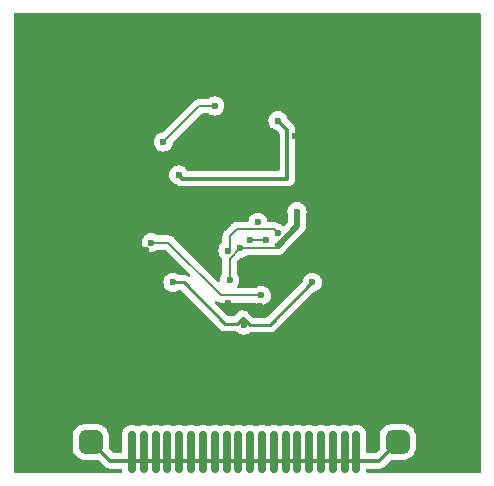
<source format=gbl>
G04 #@! TF.GenerationSoftware,KiCad,Pcbnew,(6.0.5)*
G04 #@! TF.CreationDate,2022-06-13T12:49:50+02:00*
G04 #@! TF.ProjectId,optacon,6f707461-636f-46e2-9e6b-696361645f70,rev?*
G04 #@! TF.SameCoordinates,Original*
G04 #@! TF.FileFunction,Copper,L2,Bot*
G04 #@! TF.FilePolarity,Positive*
%FSLAX46Y46*%
G04 Gerber Fmt 4.6, Leading zero omitted, Abs format (unit mm)*
G04 Created by KiCad (PCBNEW (6.0.5)) date 2022-06-13 12:49:50*
%MOMM*%
%LPD*%
G01*
G04 APERTURE LIST*
G04 Aperture macros list*
%AMRoundRect*
0 Rectangle with rounded corners*
0 $1 Rounding radius*
0 $2 $3 $4 $5 $6 $7 $8 $9 X,Y pos of 4 corners*
0 Add a 4 corners polygon primitive as box body*
4,1,4,$2,$3,$4,$5,$6,$7,$8,$9,$2,$3,0*
0 Add four circle primitives for the rounded corners*
1,1,$1+$1,$2,$3*
1,1,$1+$1,$4,$5*
1,1,$1+$1,$6,$7*
1,1,$1+$1,$8,$9*
0 Add four rect primitives between the rounded corners*
20,1,$1+$1,$2,$3,$4,$5,0*
20,1,$1+$1,$4,$5,$6,$7,0*
20,1,$1+$1,$6,$7,$8,$9,0*
20,1,$1+$1,$8,$9,$2,$3,0*%
G04 Aperture macros list end*
G04 #@! TA.AperFunction,ComponentPad*
%ADD10RoundRect,0.150000X-0.150000X-1.600000X0.150000X-1.600000X0.150000X1.600000X-0.150000X1.600000X0*%
G04 #@! TD*
G04 #@! TA.AperFunction,ComponentPad*
%ADD11RoundRect,0.500000X-0.500000X-0.500000X0.500000X-0.500000X0.500000X0.500000X-0.500000X0.500000X0*%
G04 #@! TD*
G04 #@! TA.AperFunction,ComponentPad*
%ADD12C,0.500000*%
G04 #@! TD*
G04 #@! TA.AperFunction,SMDPad,CuDef*
%ADD13R,2.700000X2.700000*%
G04 #@! TD*
G04 #@! TA.AperFunction,ViaPad*
%ADD14C,0.600000*%
G04 #@! TD*
G04 #@! TA.AperFunction,Conductor*
%ADD15C,0.200000*%
G04 #@! TD*
G04 #@! TA.AperFunction,Conductor*
%ADD16C,0.500000*%
G04 #@! TD*
G04 #@! TA.AperFunction,Conductor*
%ADD17C,0.300000*%
G04 #@! TD*
G04 #@! TA.AperFunction,Conductor*
%ADD18C,0.250000*%
G04 #@! TD*
G04 APERTURE END LIST*
D10*
X110640000Y-88350000D03*
X102640000Y-88350000D03*
X99640000Y-88350000D03*
X113640000Y-88350000D03*
D11*
X117140000Y-87500000D03*
D10*
X108640000Y-88350000D03*
X97640000Y-88350000D03*
D11*
X91140000Y-87500000D03*
D10*
X100640000Y-88350000D03*
X111640000Y-88350000D03*
X98640000Y-88350000D03*
X94640000Y-88350000D03*
X104640000Y-88350000D03*
X96640000Y-88350000D03*
X107640000Y-88350000D03*
X109640000Y-88350000D03*
X106640000Y-88350000D03*
X112640000Y-88350000D03*
X103640000Y-88350000D03*
X105640000Y-88350000D03*
X101640000Y-88350000D03*
X95640000Y-88350000D03*
D12*
X103800000Y-59200000D03*
X104900000Y-58100000D03*
X103800000Y-58100000D03*
X106000000Y-59200000D03*
D13*
X104900000Y-58100000D03*
D12*
X104900000Y-59200000D03*
X106000000Y-58100000D03*
X104900000Y-57000000D03*
X106000000Y-57000000D03*
X103800000Y-57000000D03*
D14*
X108600000Y-68000000D03*
X87100500Y-55900000D03*
X95700000Y-59300000D03*
X99500000Y-57200000D03*
X107000000Y-60300000D03*
X98600000Y-64900000D03*
X108449500Y-61609638D03*
X111200000Y-61600000D03*
X109600000Y-62900000D03*
X97300000Y-62100000D03*
X101649500Y-59050841D03*
X105600000Y-75100000D03*
X96276089Y-70623911D03*
X106960707Y-69823939D03*
X106959489Y-70885111D03*
X106000000Y-70400000D03*
X105298532Y-68901468D03*
X104600000Y-70400000D03*
X103800000Y-71100000D03*
X102758482Y-71293696D03*
X102900000Y-73798511D03*
X111728081Y-70228081D03*
X95781425Y-71252013D03*
X104100000Y-77600000D03*
X105500000Y-76000000D03*
X102800000Y-75775500D03*
X116900000Y-73700000D03*
X98100000Y-74000000D03*
X109900002Y-74000000D03*
D15*
X97723911Y-70623911D02*
X96276089Y-70623911D01*
X102200000Y-75100000D02*
X97723911Y-70623911D01*
X105600000Y-75100000D02*
X102200000Y-75100000D01*
D16*
X108600000Y-69244600D02*
X106959489Y-70885111D01*
D15*
X106636768Y-69500000D02*
X106960707Y-69823939D01*
X105547824Y-69500000D02*
X106636768Y-69500000D01*
X105546855Y-69500969D02*
X105547824Y-69500000D01*
X103500000Y-69500000D02*
X105049240Y-69500000D01*
X102900000Y-70100000D02*
X103500000Y-69500000D01*
X102758482Y-71293696D02*
X102900000Y-71152178D01*
X105049240Y-69500000D02*
X105050209Y-69500969D01*
X105050209Y-69500969D02*
X105546855Y-69500969D01*
D16*
X108600000Y-68000000D02*
X108600000Y-69244600D01*
D15*
X102900000Y-71152178D02*
X102900000Y-70100000D01*
X103800000Y-71100000D02*
X106744600Y-71100000D01*
X106744600Y-71100000D02*
X106959489Y-70885111D01*
D17*
X98900000Y-65200000D02*
X98600000Y-64900000D01*
X107800000Y-65200000D02*
X98900000Y-65200000D01*
X107800000Y-61100000D02*
X107800000Y-65200000D01*
X107000000Y-60300000D02*
X107800000Y-61100000D01*
X109600000Y-62900000D02*
X109600000Y-62600000D01*
D15*
X100349159Y-59050841D02*
X101649500Y-59050841D01*
X97300000Y-62100000D02*
X100349159Y-59050841D01*
X102900000Y-72000000D02*
X103800000Y-71100000D01*
X102900000Y-73798511D02*
X102900000Y-72000000D01*
X106000000Y-70400000D02*
X104600000Y-70400000D01*
D18*
X102500000Y-77500000D02*
X103500000Y-77500000D01*
X99000000Y-74000000D02*
X102500000Y-77500000D01*
X103500000Y-77500000D02*
X104000000Y-77000000D01*
X98100000Y-74000000D02*
X99000000Y-74000000D01*
X106300002Y-77600000D02*
X109900002Y-74000000D01*
X104600000Y-77600000D02*
X106300002Y-77600000D01*
X104000000Y-77000000D02*
X104600000Y-77600000D01*
X104000000Y-77500000D02*
X104100000Y-77600000D01*
X104000000Y-77000000D02*
X104000000Y-77500000D01*
D17*
X92800000Y-89100000D02*
X94640000Y-89100000D01*
X91200000Y-87500000D02*
X92800000Y-89100000D01*
X91140000Y-87500000D02*
X91200000Y-87500000D01*
X115540000Y-89100000D02*
X117140000Y-87500000D01*
X94640000Y-89100000D02*
X115540000Y-89100000D01*
G04 #@! TA.AperFunction,Conductor*
G36*
X124133621Y-51228502D02*
G01*
X124180114Y-51282158D01*
X124191500Y-51334500D01*
X124191500Y-89974000D01*
X124171498Y-90042121D01*
X124117842Y-90088614D01*
X124065500Y-90100000D01*
X114574500Y-90100000D01*
X114506379Y-90079998D01*
X114459886Y-90026342D01*
X114448500Y-89974000D01*
X114448500Y-89884500D01*
X114468502Y-89816379D01*
X114522158Y-89769886D01*
X114574500Y-89758500D01*
X115457944Y-89758500D01*
X115469800Y-89759059D01*
X115469803Y-89759059D01*
X115477537Y-89760788D01*
X115548369Y-89758562D01*
X115552327Y-89758500D01*
X115581432Y-89758500D01*
X115585832Y-89757944D01*
X115597664Y-89757012D01*
X115643831Y-89755562D01*
X115664421Y-89749580D01*
X115683782Y-89745570D01*
X115691416Y-89744606D01*
X115697204Y-89743875D01*
X115697205Y-89743875D01*
X115705064Y-89742882D01*
X115712429Y-89739966D01*
X115712433Y-89739965D01*
X115748021Y-89725874D01*
X115759231Y-89722035D01*
X115803600Y-89709145D01*
X115822065Y-89698225D01*
X115839805Y-89689534D01*
X115859756Y-89681635D01*
X115897129Y-89654482D01*
X115907048Y-89647967D01*
X115939977Y-89628493D01*
X115939981Y-89628490D01*
X115946807Y-89624453D01*
X115961971Y-89609289D01*
X115977005Y-89596448D01*
X115994357Y-89583841D01*
X116023803Y-89548247D01*
X116031792Y-89539468D01*
X116525855Y-89045405D01*
X116588167Y-89011379D01*
X116614950Y-89008500D01*
X117736328Y-89008500D01*
X117742408Y-89008192D01*
X117746996Y-89007267D01*
X117930245Y-88970318D01*
X117930248Y-88970317D01*
X117936284Y-88969100D01*
X118118873Y-88893095D01*
X118123992Y-88889668D01*
X118123996Y-88889666D01*
X118278099Y-88786504D01*
X118278104Y-88786500D01*
X118283223Y-88783073D01*
X118423073Y-88643223D01*
X118426500Y-88638104D01*
X118426504Y-88638099D01*
X118529666Y-88483996D01*
X118529668Y-88483992D01*
X118533095Y-88478873D01*
X118609100Y-88296284D01*
X118645826Y-88114145D01*
X118647267Y-88106996D01*
X118647267Y-88106995D01*
X118648192Y-88102408D01*
X118648500Y-88096328D01*
X118648500Y-86903672D01*
X118648192Y-86897592D01*
X118609100Y-86703716D01*
X118533095Y-86521127D01*
X118529668Y-86516008D01*
X118529666Y-86516004D01*
X118426504Y-86361901D01*
X118426500Y-86361896D01*
X118423073Y-86356777D01*
X118283223Y-86216927D01*
X118278104Y-86213500D01*
X118278099Y-86213496D01*
X118123996Y-86110334D01*
X118123992Y-86110332D01*
X118118873Y-86106905D01*
X117936284Y-86030900D01*
X117930248Y-86029683D01*
X117930245Y-86029682D01*
X117746996Y-85992733D01*
X117746995Y-85992733D01*
X117742408Y-85991808D01*
X117736328Y-85991500D01*
X116543672Y-85991500D01*
X116537592Y-85991808D01*
X116533005Y-85992733D01*
X116533004Y-85992733D01*
X116349755Y-86029682D01*
X116349752Y-86029683D01*
X116343716Y-86030900D01*
X116161127Y-86106905D01*
X116156008Y-86110332D01*
X116156004Y-86110334D01*
X116001901Y-86213496D01*
X116001896Y-86213500D01*
X115996777Y-86216927D01*
X115856927Y-86356777D01*
X115853500Y-86361896D01*
X115853496Y-86361901D01*
X115750334Y-86516004D01*
X115750332Y-86516008D01*
X115746905Y-86521127D01*
X115670900Y-86703716D01*
X115631808Y-86897592D01*
X115631500Y-86903672D01*
X115631500Y-88025050D01*
X115611498Y-88093171D01*
X115594595Y-88114145D01*
X115304145Y-88404595D01*
X115241833Y-88438621D01*
X115215050Y-88441500D01*
X114574500Y-88441500D01*
X114506379Y-88421498D01*
X114459886Y-88367842D01*
X114448500Y-88315500D01*
X114448500Y-86683498D01*
X114445562Y-86646169D01*
X114399145Y-86486399D01*
X114319907Y-86352415D01*
X114318491Y-86350020D01*
X114318489Y-86350017D01*
X114314453Y-86343193D01*
X114196807Y-86225547D01*
X114189983Y-86221511D01*
X114189980Y-86221509D01*
X114060427Y-86144892D01*
X114060425Y-86144891D01*
X114053601Y-86140855D01*
X114045990Y-86138644D01*
X114045988Y-86138643D01*
X113993769Y-86123472D01*
X113893831Y-86094438D01*
X113887426Y-86093934D01*
X113887421Y-86093933D01*
X113858958Y-86091693D01*
X113858950Y-86091693D01*
X113856502Y-86091500D01*
X113423498Y-86091500D01*
X113421050Y-86091693D01*
X113421042Y-86091693D01*
X113392579Y-86093933D01*
X113392574Y-86093934D01*
X113386169Y-86094438D01*
X113286231Y-86123472D01*
X113234012Y-86138643D01*
X113234010Y-86138644D01*
X113226399Y-86140855D01*
X113219576Y-86144890D01*
X113219574Y-86144891D01*
X113204137Y-86154020D01*
X113135321Y-86171478D01*
X113075863Y-86154020D01*
X113060426Y-86144891D01*
X113060424Y-86144890D01*
X113053601Y-86140855D01*
X113045990Y-86138644D01*
X113045988Y-86138643D01*
X112993769Y-86123472D01*
X112893831Y-86094438D01*
X112887426Y-86093934D01*
X112887421Y-86093933D01*
X112858958Y-86091693D01*
X112858950Y-86091693D01*
X112856502Y-86091500D01*
X112423498Y-86091500D01*
X112421050Y-86091693D01*
X112421042Y-86091693D01*
X112392579Y-86093933D01*
X112392574Y-86093934D01*
X112386169Y-86094438D01*
X112286231Y-86123472D01*
X112234012Y-86138643D01*
X112234010Y-86138644D01*
X112226399Y-86140855D01*
X112219576Y-86144890D01*
X112219574Y-86144891D01*
X112204137Y-86154020D01*
X112135321Y-86171478D01*
X112075863Y-86154020D01*
X112060426Y-86144891D01*
X112060424Y-86144890D01*
X112053601Y-86140855D01*
X112045990Y-86138644D01*
X112045988Y-86138643D01*
X111993769Y-86123472D01*
X111893831Y-86094438D01*
X111887426Y-86093934D01*
X111887421Y-86093933D01*
X111858958Y-86091693D01*
X111858950Y-86091693D01*
X111856502Y-86091500D01*
X111423498Y-86091500D01*
X111421050Y-86091693D01*
X111421042Y-86091693D01*
X111392579Y-86093933D01*
X111392574Y-86093934D01*
X111386169Y-86094438D01*
X111286231Y-86123472D01*
X111234012Y-86138643D01*
X111234010Y-86138644D01*
X111226399Y-86140855D01*
X111219576Y-86144890D01*
X111219574Y-86144891D01*
X111204137Y-86154020D01*
X111135321Y-86171478D01*
X111075863Y-86154020D01*
X111060426Y-86144891D01*
X111060424Y-86144890D01*
X111053601Y-86140855D01*
X111045990Y-86138644D01*
X111045988Y-86138643D01*
X110993769Y-86123472D01*
X110893831Y-86094438D01*
X110887426Y-86093934D01*
X110887421Y-86093933D01*
X110858958Y-86091693D01*
X110858950Y-86091693D01*
X110856502Y-86091500D01*
X110423498Y-86091500D01*
X110421050Y-86091693D01*
X110421042Y-86091693D01*
X110392579Y-86093933D01*
X110392574Y-86093934D01*
X110386169Y-86094438D01*
X110286231Y-86123472D01*
X110234012Y-86138643D01*
X110234010Y-86138644D01*
X110226399Y-86140855D01*
X110219576Y-86144890D01*
X110219574Y-86144891D01*
X110204137Y-86154020D01*
X110135321Y-86171478D01*
X110075863Y-86154020D01*
X110060426Y-86144891D01*
X110060424Y-86144890D01*
X110053601Y-86140855D01*
X110045990Y-86138644D01*
X110045988Y-86138643D01*
X109993769Y-86123472D01*
X109893831Y-86094438D01*
X109887426Y-86093934D01*
X109887421Y-86093933D01*
X109858958Y-86091693D01*
X109858950Y-86091693D01*
X109856502Y-86091500D01*
X109423498Y-86091500D01*
X109421050Y-86091693D01*
X109421042Y-86091693D01*
X109392579Y-86093933D01*
X109392574Y-86093934D01*
X109386169Y-86094438D01*
X109286231Y-86123472D01*
X109234012Y-86138643D01*
X109234010Y-86138644D01*
X109226399Y-86140855D01*
X109219576Y-86144890D01*
X109219574Y-86144891D01*
X109204137Y-86154020D01*
X109135321Y-86171478D01*
X109075863Y-86154020D01*
X109060426Y-86144891D01*
X109060424Y-86144890D01*
X109053601Y-86140855D01*
X109045990Y-86138644D01*
X109045988Y-86138643D01*
X108993769Y-86123472D01*
X108893831Y-86094438D01*
X108887426Y-86093934D01*
X108887421Y-86093933D01*
X108858958Y-86091693D01*
X108858950Y-86091693D01*
X108856502Y-86091500D01*
X108423498Y-86091500D01*
X108421050Y-86091693D01*
X108421042Y-86091693D01*
X108392579Y-86093933D01*
X108392574Y-86093934D01*
X108386169Y-86094438D01*
X108286231Y-86123472D01*
X108234012Y-86138643D01*
X108234010Y-86138644D01*
X108226399Y-86140855D01*
X108219576Y-86144890D01*
X108219574Y-86144891D01*
X108204137Y-86154020D01*
X108135321Y-86171478D01*
X108075863Y-86154020D01*
X108060426Y-86144891D01*
X108060424Y-86144890D01*
X108053601Y-86140855D01*
X108045990Y-86138644D01*
X108045988Y-86138643D01*
X107993769Y-86123472D01*
X107893831Y-86094438D01*
X107887426Y-86093934D01*
X107887421Y-86093933D01*
X107858958Y-86091693D01*
X107858950Y-86091693D01*
X107856502Y-86091500D01*
X107423498Y-86091500D01*
X107421050Y-86091693D01*
X107421042Y-86091693D01*
X107392579Y-86093933D01*
X107392574Y-86093934D01*
X107386169Y-86094438D01*
X107286231Y-86123472D01*
X107234012Y-86138643D01*
X107234010Y-86138644D01*
X107226399Y-86140855D01*
X107219576Y-86144890D01*
X107219574Y-86144891D01*
X107204137Y-86154020D01*
X107135321Y-86171478D01*
X107075863Y-86154020D01*
X107060426Y-86144891D01*
X107060424Y-86144890D01*
X107053601Y-86140855D01*
X107045990Y-86138644D01*
X107045988Y-86138643D01*
X106993769Y-86123472D01*
X106893831Y-86094438D01*
X106887426Y-86093934D01*
X106887421Y-86093933D01*
X106858958Y-86091693D01*
X106858950Y-86091693D01*
X106856502Y-86091500D01*
X106423498Y-86091500D01*
X106421050Y-86091693D01*
X106421042Y-86091693D01*
X106392579Y-86093933D01*
X106392574Y-86093934D01*
X106386169Y-86094438D01*
X106286231Y-86123472D01*
X106234012Y-86138643D01*
X106234010Y-86138644D01*
X106226399Y-86140855D01*
X106219576Y-86144890D01*
X106219574Y-86144891D01*
X106204137Y-86154020D01*
X106135321Y-86171478D01*
X106075863Y-86154020D01*
X106060426Y-86144891D01*
X106060424Y-86144890D01*
X106053601Y-86140855D01*
X106045990Y-86138644D01*
X106045988Y-86138643D01*
X105993769Y-86123472D01*
X105893831Y-86094438D01*
X105887426Y-86093934D01*
X105887421Y-86093933D01*
X105858958Y-86091693D01*
X105858950Y-86091693D01*
X105856502Y-86091500D01*
X105423498Y-86091500D01*
X105421050Y-86091693D01*
X105421042Y-86091693D01*
X105392579Y-86093933D01*
X105392574Y-86093934D01*
X105386169Y-86094438D01*
X105286231Y-86123472D01*
X105234012Y-86138643D01*
X105234010Y-86138644D01*
X105226399Y-86140855D01*
X105219576Y-86144890D01*
X105219574Y-86144891D01*
X105204137Y-86154020D01*
X105135321Y-86171478D01*
X105075863Y-86154020D01*
X105060426Y-86144891D01*
X105060424Y-86144890D01*
X105053601Y-86140855D01*
X105045990Y-86138644D01*
X105045988Y-86138643D01*
X104993769Y-86123472D01*
X104893831Y-86094438D01*
X104887426Y-86093934D01*
X104887421Y-86093933D01*
X104858958Y-86091693D01*
X104858950Y-86091693D01*
X104856502Y-86091500D01*
X104423498Y-86091500D01*
X104421050Y-86091693D01*
X104421042Y-86091693D01*
X104392579Y-86093933D01*
X104392574Y-86093934D01*
X104386169Y-86094438D01*
X104286231Y-86123472D01*
X104234012Y-86138643D01*
X104234010Y-86138644D01*
X104226399Y-86140855D01*
X104219576Y-86144890D01*
X104219574Y-86144891D01*
X104204137Y-86154020D01*
X104135321Y-86171478D01*
X104075863Y-86154020D01*
X104060426Y-86144891D01*
X104060424Y-86144890D01*
X104053601Y-86140855D01*
X104045990Y-86138644D01*
X104045988Y-86138643D01*
X103993769Y-86123472D01*
X103893831Y-86094438D01*
X103887426Y-86093934D01*
X103887421Y-86093933D01*
X103858958Y-86091693D01*
X103858950Y-86091693D01*
X103856502Y-86091500D01*
X103423498Y-86091500D01*
X103421050Y-86091693D01*
X103421042Y-86091693D01*
X103392579Y-86093933D01*
X103392574Y-86093934D01*
X103386169Y-86094438D01*
X103286231Y-86123472D01*
X103234012Y-86138643D01*
X103234010Y-86138644D01*
X103226399Y-86140855D01*
X103219576Y-86144890D01*
X103219574Y-86144891D01*
X103204137Y-86154020D01*
X103135321Y-86171478D01*
X103075863Y-86154020D01*
X103060426Y-86144891D01*
X103060424Y-86144890D01*
X103053601Y-86140855D01*
X103045990Y-86138644D01*
X103045988Y-86138643D01*
X102993769Y-86123472D01*
X102893831Y-86094438D01*
X102887426Y-86093934D01*
X102887421Y-86093933D01*
X102858958Y-86091693D01*
X102858950Y-86091693D01*
X102856502Y-86091500D01*
X102423498Y-86091500D01*
X102421050Y-86091693D01*
X102421042Y-86091693D01*
X102392579Y-86093933D01*
X102392574Y-86093934D01*
X102386169Y-86094438D01*
X102286231Y-86123472D01*
X102234012Y-86138643D01*
X102234010Y-86138644D01*
X102226399Y-86140855D01*
X102219576Y-86144890D01*
X102219574Y-86144891D01*
X102204137Y-86154020D01*
X102135321Y-86171478D01*
X102075863Y-86154020D01*
X102060426Y-86144891D01*
X102060424Y-86144890D01*
X102053601Y-86140855D01*
X102045990Y-86138644D01*
X102045988Y-86138643D01*
X101993769Y-86123472D01*
X101893831Y-86094438D01*
X101887426Y-86093934D01*
X101887421Y-86093933D01*
X101858958Y-86091693D01*
X101858950Y-86091693D01*
X101856502Y-86091500D01*
X101423498Y-86091500D01*
X101421050Y-86091693D01*
X101421042Y-86091693D01*
X101392579Y-86093933D01*
X101392574Y-86093934D01*
X101386169Y-86094438D01*
X101286231Y-86123472D01*
X101234012Y-86138643D01*
X101234010Y-86138644D01*
X101226399Y-86140855D01*
X101219576Y-86144890D01*
X101219574Y-86144891D01*
X101204137Y-86154020D01*
X101135321Y-86171478D01*
X101075863Y-86154020D01*
X101060426Y-86144891D01*
X101060424Y-86144890D01*
X101053601Y-86140855D01*
X101045990Y-86138644D01*
X101045988Y-86138643D01*
X100993769Y-86123472D01*
X100893831Y-86094438D01*
X100887426Y-86093934D01*
X100887421Y-86093933D01*
X100858958Y-86091693D01*
X100858950Y-86091693D01*
X100856502Y-86091500D01*
X100423498Y-86091500D01*
X100421050Y-86091693D01*
X100421042Y-86091693D01*
X100392579Y-86093933D01*
X100392574Y-86093934D01*
X100386169Y-86094438D01*
X100286231Y-86123472D01*
X100234012Y-86138643D01*
X100234010Y-86138644D01*
X100226399Y-86140855D01*
X100219576Y-86144890D01*
X100219574Y-86144891D01*
X100204137Y-86154020D01*
X100135321Y-86171478D01*
X100075863Y-86154020D01*
X100060426Y-86144891D01*
X100060424Y-86144890D01*
X100053601Y-86140855D01*
X100045990Y-86138644D01*
X100045988Y-86138643D01*
X99993769Y-86123472D01*
X99893831Y-86094438D01*
X99887426Y-86093934D01*
X99887421Y-86093933D01*
X99858958Y-86091693D01*
X99858950Y-86091693D01*
X99856502Y-86091500D01*
X99423498Y-86091500D01*
X99421050Y-86091693D01*
X99421042Y-86091693D01*
X99392579Y-86093933D01*
X99392574Y-86093934D01*
X99386169Y-86094438D01*
X99286231Y-86123472D01*
X99234012Y-86138643D01*
X99234010Y-86138644D01*
X99226399Y-86140855D01*
X99219576Y-86144890D01*
X99219574Y-86144891D01*
X99204137Y-86154020D01*
X99135321Y-86171478D01*
X99075863Y-86154020D01*
X99060426Y-86144891D01*
X99060424Y-86144890D01*
X99053601Y-86140855D01*
X99045990Y-86138644D01*
X99045988Y-86138643D01*
X98993769Y-86123472D01*
X98893831Y-86094438D01*
X98887426Y-86093934D01*
X98887421Y-86093933D01*
X98858958Y-86091693D01*
X98858950Y-86091693D01*
X98856502Y-86091500D01*
X98423498Y-86091500D01*
X98421050Y-86091693D01*
X98421042Y-86091693D01*
X98392579Y-86093933D01*
X98392574Y-86093934D01*
X98386169Y-86094438D01*
X98286231Y-86123472D01*
X98234012Y-86138643D01*
X98234010Y-86138644D01*
X98226399Y-86140855D01*
X98219576Y-86144890D01*
X98219574Y-86144891D01*
X98204137Y-86154020D01*
X98135321Y-86171478D01*
X98075863Y-86154020D01*
X98060426Y-86144891D01*
X98060424Y-86144890D01*
X98053601Y-86140855D01*
X98045990Y-86138644D01*
X98045988Y-86138643D01*
X97993769Y-86123472D01*
X97893831Y-86094438D01*
X97887426Y-86093934D01*
X97887421Y-86093933D01*
X97858958Y-86091693D01*
X97858950Y-86091693D01*
X97856502Y-86091500D01*
X97423498Y-86091500D01*
X97421050Y-86091693D01*
X97421042Y-86091693D01*
X97392579Y-86093933D01*
X97392574Y-86093934D01*
X97386169Y-86094438D01*
X97286231Y-86123472D01*
X97234012Y-86138643D01*
X97234010Y-86138644D01*
X97226399Y-86140855D01*
X97219576Y-86144890D01*
X97219574Y-86144891D01*
X97204137Y-86154020D01*
X97135321Y-86171478D01*
X97075863Y-86154020D01*
X97060426Y-86144891D01*
X97060424Y-86144890D01*
X97053601Y-86140855D01*
X97045990Y-86138644D01*
X97045988Y-86138643D01*
X96993769Y-86123472D01*
X96893831Y-86094438D01*
X96887426Y-86093934D01*
X96887421Y-86093933D01*
X96858958Y-86091693D01*
X96858950Y-86091693D01*
X96856502Y-86091500D01*
X96423498Y-86091500D01*
X96421050Y-86091693D01*
X96421042Y-86091693D01*
X96392579Y-86093933D01*
X96392574Y-86093934D01*
X96386169Y-86094438D01*
X96286231Y-86123472D01*
X96234012Y-86138643D01*
X96234010Y-86138644D01*
X96226399Y-86140855D01*
X96219576Y-86144890D01*
X96219574Y-86144891D01*
X96204137Y-86154020D01*
X96135321Y-86171478D01*
X96075863Y-86154020D01*
X96060426Y-86144891D01*
X96060424Y-86144890D01*
X96053601Y-86140855D01*
X96045990Y-86138644D01*
X96045988Y-86138643D01*
X95993769Y-86123472D01*
X95893831Y-86094438D01*
X95887426Y-86093934D01*
X95887421Y-86093933D01*
X95858958Y-86091693D01*
X95858950Y-86091693D01*
X95856502Y-86091500D01*
X95423498Y-86091500D01*
X95421050Y-86091693D01*
X95421042Y-86091693D01*
X95392579Y-86093933D01*
X95392574Y-86093934D01*
X95386169Y-86094438D01*
X95286231Y-86123472D01*
X95234012Y-86138643D01*
X95234010Y-86138644D01*
X95226399Y-86140855D01*
X95219576Y-86144890D01*
X95219574Y-86144891D01*
X95204137Y-86154020D01*
X95135321Y-86171478D01*
X95075863Y-86154020D01*
X95060426Y-86144891D01*
X95060424Y-86144890D01*
X95053601Y-86140855D01*
X95045990Y-86138644D01*
X95045988Y-86138643D01*
X94993769Y-86123472D01*
X94893831Y-86094438D01*
X94887426Y-86093934D01*
X94887421Y-86093933D01*
X94858958Y-86091693D01*
X94858950Y-86091693D01*
X94856502Y-86091500D01*
X94423498Y-86091500D01*
X94421050Y-86091693D01*
X94421042Y-86091693D01*
X94392579Y-86093933D01*
X94392574Y-86093934D01*
X94386169Y-86094438D01*
X94286231Y-86123472D01*
X94234012Y-86138643D01*
X94234010Y-86138644D01*
X94226399Y-86140855D01*
X94219575Y-86144891D01*
X94219573Y-86144892D01*
X94090020Y-86221509D01*
X94090017Y-86221511D01*
X94083193Y-86225547D01*
X93965547Y-86343193D01*
X93961511Y-86350017D01*
X93961509Y-86350020D01*
X93960093Y-86352415D01*
X93880855Y-86486399D01*
X93834438Y-86646169D01*
X93831500Y-86683498D01*
X93831500Y-88315500D01*
X93811498Y-88383621D01*
X93757842Y-88430114D01*
X93705500Y-88441500D01*
X93124950Y-88441500D01*
X93056829Y-88421498D01*
X93035855Y-88404595D01*
X92685405Y-88054145D01*
X92651379Y-87991833D01*
X92648500Y-87965050D01*
X92648500Y-86903672D01*
X92648192Y-86897592D01*
X92609100Y-86703716D01*
X92533095Y-86521127D01*
X92529668Y-86516008D01*
X92529666Y-86516004D01*
X92426504Y-86361901D01*
X92426500Y-86361896D01*
X92423073Y-86356777D01*
X92283223Y-86216927D01*
X92278104Y-86213500D01*
X92278099Y-86213496D01*
X92123996Y-86110334D01*
X92123992Y-86110332D01*
X92118873Y-86106905D01*
X91936284Y-86030900D01*
X91930248Y-86029683D01*
X91930245Y-86029682D01*
X91746996Y-85992733D01*
X91746995Y-85992733D01*
X91742408Y-85991808D01*
X91736328Y-85991500D01*
X90543672Y-85991500D01*
X90537592Y-85991808D01*
X90533005Y-85992733D01*
X90533004Y-85992733D01*
X90349755Y-86029682D01*
X90349752Y-86029683D01*
X90343716Y-86030900D01*
X90161127Y-86106905D01*
X90156008Y-86110332D01*
X90156004Y-86110334D01*
X90001901Y-86213496D01*
X90001896Y-86213500D01*
X89996777Y-86216927D01*
X89856927Y-86356777D01*
X89853500Y-86361896D01*
X89853496Y-86361901D01*
X89750334Y-86516004D01*
X89750332Y-86516008D01*
X89746905Y-86521127D01*
X89670900Y-86703716D01*
X89631808Y-86897592D01*
X89631500Y-86903672D01*
X89631500Y-88096328D01*
X89631808Y-88102408D01*
X89632733Y-88106995D01*
X89632733Y-88106996D01*
X89634175Y-88114145D01*
X89670900Y-88296284D01*
X89746905Y-88478873D01*
X89750332Y-88483992D01*
X89750334Y-88483996D01*
X89853496Y-88638099D01*
X89853500Y-88638104D01*
X89856927Y-88643223D01*
X89996777Y-88783073D01*
X90001896Y-88786500D01*
X90001901Y-88786504D01*
X90156004Y-88889666D01*
X90156008Y-88889668D01*
X90161127Y-88893095D01*
X90343716Y-88969100D01*
X90349752Y-88970317D01*
X90349755Y-88970318D01*
X90533004Y-89007267D01*
X90537592Y-89008192D01*
X90543672Y-89008500D01*
X91725050Y-89008500D01*
X91793171Y-89028502D01*
X91814145Y-89045405D01*
X92276345Y-89507605D01*
X92284335Y-89516385D01*
X92288584Y-89523080D01*
X92294362Y-89528506D01*
X92294363Y-89528507D01*
X92340257Y-89571604D01*
X92343099Y-89574359D01*
X92363667Y-89594927D01*
X92367170Y-89597644D01*
X92376195Y-89605352D01*
X92409867Y-89636972D01*
X92416818Y-89640793D01*
X92416819Y-89640794D01*
X92428658Y-89647303D01*
X92445182Y-89658157D01*
X92455271Y-89665982D01*
X92462132Y-89671304D01*
X92469404Y-89674451D01*
X92469406Y-89674452D01*
X92504535Y-89689654D01*
X92515195Y-89694876D01*
X92545168Y-89711354D01*
X92555663Y-89717124D01*
X92576441Y-89722459D01*
X92595131Y-89728858D01*
X92614824Y-89737380D01*
X92649563Y-89742882D01*
X92660448Y-89744606D01*
X92672071Y-89747013D01*
X92696754Y-89753350D01*
X92716812Y-89758500D01*
X92738259Y-89758500D01*
X92757969Y-89760051D01*
X92779152Y-89763406D01*
X92825141Y-89759059D01*
X92836996Y-89758500D01*
X93705500Y-89758500D01*
X93773621Y-89778502D01*
X93820114Y-89832158D01*
X93831500Y-89884500D01*
X93831500Y-89974000D01*
X93811498Y-90042121D01*
X93757842Y-90088614D01*
X93705500Y-90100000D01*
X84734500Y-90100000D01*
X84666379Y-90079998D01*
X84619886Y-90026342D01*
X84608500Y-89974000D01*
X84608500Y-70612551D01*
X95462552Y-70612551D01*
X95480252Y-70793071D01*
X95537507Y-70965184D01*
X95541154Y-70971206D01*
X95541155Y-70971208D01*
X95620596Y-71102381D01*
X95631469Y-71120335D01*
X95757471Y-71250813D01*
X95909248Y-71350133D01*
X95915852Y-71352589D01*
X95915854Y-71352590D01*
X96072647Y-71410901D01*
X96072649Y-71410901D01*
X96079257Y-71413359D01*
X96163084Y-71424544D01*
X96252069Y-71436418D01*
X96252073Y-71436418D01*
X96259050Y-71437349D01*
X96266061Y-71436711D01*
X96266065Y-71436711D01*
X96408548Y-71423743D01*
X96439689Y-71420909D01*
X96446391Y-71418731D01*
X96446393Y-71418731D01*
X96605498Y-71367035D01*
X96605501Y-71367034D01*
X96612197Y-71364858D01*
X96768001Y-71271980D01*
X96773102Y-71267123D01*
X96778715Y-71262862D01*
X96779474Y-71263863D01*
X96836179Y-71234673D01*
X96859949Y-71232411D01*
X97419672Y-71232411D01*
X97487793Y-71252413D01*
X97508767Y-71269316D01*
X99521203Y-73281752D01*
X99555229Y-73344064D01*
X99550164Y-73414879D01*
X99507617Y-73471715D01*
X99441097Y-73496526D01*
X99371404Y-73481260D01*
X99357566Y-73473652D01*
X99341047Y-73462801D01*
X99340583Y-73462441D01*
X99325041Y-73450386D01*
X99317772Y-73447241D01*
X99317768Y-73447238D01*
X99284463Y-73432826D01*
X99273813Y-73427609D01*
X99235060Y-73406305D01*
X99215437Y-73401267D01*
X99196734Y-73394863D01*
X99185420Y-73389967D01*
X99185419Y-73389967D01*
X99178145Y-73386819D01*
X99170322Y-73385580D01*
X99170312Y-73385577D01*
X99134476Y-73379901D01*
X99122856Y-73377495D01*
X99087711Y-73368472D01*
X99087710Y-73368472D01*
X99080030Y-73366500D01*
X99059776Y-73366500D01*
X99040065Y-73364949D01*
X99027886Y-73363020D01*
X99020057Y-73361780D01*
X99012165Y-73362526D01*
X98976039Y-73365941D01*
X98964181Y-73366500D01*
X98647338Y-73366500D01*
X98579824Y-73346885D01*
X98495127Y-73293135D01*
X98456666Y-73268727D01*
X98427463Y-73258328D01*
X98292425Y-73210243D01*
X98292420Y-73210242D01*
X98285790Y-73207881D01*
X98278802Y-73207048D01*
X98278799Y-73207047D01*
X98155698Y-73192368D01*
X98105680Y-73186404D01*
X98098677Y-73187140D01*
X98098676Y-73187140D01*
X97932288Y-73204628D01*
X97932286Y-73204629D01*
X97925288Y-73205364D01*
X97753579Y-73263818D01*
X97691109Y-73302250D01*
X97605095Y-73355166D01*
X97605092Y-73355168D01*
X97599088Y-73358862D01*
X97594053Y-73363793D01*
X97594050Y-73363795D01*
X97483846Y-73471715D01*
X97469493Y-73485771D01*
X97371235Y-73638238D01*
X97368826Y-73644858D01*
X97368824Y-73644861D01*
X97319580Y-73780157D01*
X97309197Y-73808685D01*
X97286463Y-73988640D01*
X97304163Y-74169160D01*
X97361418Y-74341273D01*
X97365065Y-74347295D01*
X97365066Y-74347297D01*
X97432632Y-74458862D01*
X97455380Y-74496424D01*
X97581382Y-74626902D01*
X97733159Y-74726222D01*
X97739763Y-74728678D01*
X97739765Y-74728679D01*
X97896558Y-74786990D01*
X97896560Y-74786990D01*
X97903168Y-74789448D01*
X97977304Y-74799340D01*
X98075980Y-74812507D01*
X98075984Y-74812507D01*
X98082961Y-74813438D01*
X98089972Y-74812800D01*
X98089976Y-74812800D01*
X98232459Y-74799832D01*
X98263600Y-74796998D01*
X98270302Y-74794820D01*
X98270304Y-74794820D01*
X98429409Y-74743124D01*
X98429412Y-74743123D01*
X98436108Y-74740947D01*
X98586540Y-74651271D01*
X98651058Y-74633500D01*
X98685406Y-74633500D01*
X98753527Y-74653502D01*
X98774501Y-74670405D01*
X101996343Y-77892247D01*
X102003887Y-77900537D01*
X102008000Y-77907018D01*
X102013777Y-77912443D01*
X102057667Y-77953658D01*
X102060509Y-77956413D01*
X102080230Y-77976134D01*
X102083425Y-77978612D01*
X102092447Y-77986318D01*
X102124679Y-78016586D01*
X102131628Y-78020406D01*
X102142432Y-78026346D01*
X102158956Y-78037199D01*
X102174959Y-78049613D01*
X102215543Y-78067176D01*
X102226173Y-78072383D01*
X102264940Y-78093695D01*
X102272617Y-78095666D01*
X102272622Y-78095668D01*
X102284558Y-78098732D01*
X102303266Y-78105137D01*
X102321855Y-78113181D01*
X102329680Y-78114420D01*
X102329682Y-78114421D01*
X102365519Y-78120097D01*
X102377140Y-78122504D01*
X102406622Y-78130073D01*
X102419970Y-78133500D01*
X102440231Y-78133500D01*
X102459940Y-78135051D01*
X102479943Y-78138219D01*
X102487835Y-78137473D01*
X102493062Y-78136979D01*
X102523954Y-78134059D01*
X102535811Y-78133500D01*
X103421233Y-78133500D01*
X103432417Y-78134027D01*
X103439909Y-78135702D01*
X103447836Y-78135453D01*
X103451213Y-78135772D01*
X103517149Y-78162096D01*
X103529980Y-78173674D01*
X103581382Y-78226902D01*
X103733159Y-78326222D01*
X103739763Y-78328678D01*
X103739765Y-78328679D01*
X103896558Y-78386990D01*
X103896560Y-78386990D01*
X103903168Y-78389448D01*
X103986995Y-78400633D01*
X104075980Y-78412507D01*
X104075984Y-78412507D01*
X104082961Y-78413438D01*
X104089972Y-78412800D01*
X104089976Y-78412800D01*
X104232459Y-78399832D01*
X104263600Y-78396998D01*
X104270302Y-78394820D01*
X104270304Y-78394820D01*
X104429409Y-78343124D01*
X104429412Y-78343123D01*
X104436108Y-78340947D01*
X104586540Y-78251271D01*
X104651058Y-78233500D01*
X106221235Y-78233500D01*
X106232418Y-78234027D01*
X106239911Y-78235702D01*
X106247837Y-78235453D01*
X106247838Y-78235453D01*
X106307988Y-78233562D01*
X106311947Y-78233500D01*
X106339858Y-78233500D01*
X106343793Y-78233003D01*
X106343858Y-78232995D01*
X106355695Y-78232062D01*
X106387953Y-78231048D01*
X106391972Y-78230922D01*
X106399891Y-78230673D01*
X106419345Y-78225021D01*
X106438702Y-78221013D01*
X106450932Y-78219468D01*
X106450933Y-78219468D01*
X106458799Y-78218474D01*
X106466170Y-78215555D01*
X106466172Y-78215555D01*
X106499914Y-78202196D01*
X106511144Y-78198351D01*
X106545985Y-78188229D01*
X106545986Y-78188229D01*
X106553595Y-78186018D01*
X106560414Y-78181985D01*
X106560419Y-78181983D01*
X106571030Y-78175707D01*
X106588778Y-78167012D01*
X106607619Y-78159552D01*
X106643389Y-78133564D01*
X106653309Y-78127048D01*
X106684537Y-78108580D01*
X106684540Y-78108578D01*
X106691364Y-78104542D01*
X106705685Y-78090221D01*
X106720719Y-78077380D01*
X106730696Y-78070131D01*
X106737109Y-78065472D01*
X106765300Y-78031395D01*
X106773290Y-78022616D01*
X109960180Y-74835727D01*
X110022492Y-74801701D01*
X110037839Y-74799343D01*
X110063602Y-74796998D01*
X110070304Y-74794820D01*
X110070306Y-74794820D01*
X110229411Y-74743124D01*
X110229414Y-74743123D01*
X110236110Y-74740947D01*
X110354445Y-74670405D01*
X110385862Y-74651677D01*
X110385864Y-74651676D01*
X110391914Y-74648069D01*
X110523268Y-74522982D01*
X110623645Y-74371902D01*
X110688057Y-74202338D01*
X110691719Y-74176284D01*
X110712750Y-74026639D01*
X110712750Y-74026636D01*
X110713301Y-74022717D01*
X110713618Y-74000000D01*
X110693399Y-73819745D01*
X110690882Y-73812517D01*
X110636066Y-73655106D01*
X110636064Y-73655103D01*
X110633747Y-73648448D01*
X110555900Y-73523865D01*
X110541361Y-73500598D01*
X110537628Y-73494624D01*
X110516802Y-73473652D01*
X110414780Y-73370915D01*
X110414776Y-73370912D01*
X110409817Y-73365918D01*
X110398699Y-73358862D01*
X110304550Y-73299114D01*
X110256668Y-73268727D01*
X110227465Y-73258328D01*
X110092427Y-73210243D01*
X110092422Y-73210242D01*
X110085792Y-73207881D01*
X110078804Y-73207048D01*
X110078801Y-73207047D01*
X109955700Y-73192368D01*
X109905682Y-73186404D01*
X109898679Y-73187140D01*
X109898678Y-73187140D01*
X109732290Y-73204628D01*
X109732288Y-73204629D01*
X109725290Y-73205364D01*
X109553581Y-73263818D01*
X109491111Y-73302250D01*
X109405097Y-73355166D01*
X109405094Y-73355168D01*
X109399090Y-73358862D01*
X109394055Y-73363793D01*
X109394052Y-73363795D01*
X109283848Y-73471715D01*
X109269495Y-73485771D01*
X109171237Y-73638238D01*
X109168828Y-73644858D01*
X109168826Y-73644861D01*
X109119582Y-73780157D01*
X109109199Y-73808685D01*
X109102139Y-73864569D01*
X109073759Y-73929642D01*
X109066229Y-73937869D01*
X106074502Y-76929595D01*
X106012190Y-76963621D01*
X105985407Y-76966500D01*
X104914595Y-76966500D01*
X104846474Y-76946498D01*
X104825499Y-76929595D01*
X104498717Y-76602812D01*
X104483603Y-76584542D01*
X104483430Y-76584287D01*
X104483425Y-76584282D01*
X104478972Y-76577729D01*
X104473217Y-76572655D01*
X104472856Y-76572205D01*
X104470408Y-76569514D01*
X104469983Y-76569102D01*
X104465472Y-76562893D01*
X104431406Y-76534711D01*
X104422627Y-76526722D01*
X104419770Y-76523865D01*
X104407131Y-76514062D01*
X104401056Y-76509037D01*
X104358910Y-76471879D01*
X104352068Y-76468393D01*
X104351589Y-76468033D01*
X104348564Y-76466047D01*
X104348053Y-76465756D01*
X104342144Y-76460867D01*
X104335198Y-76457598D01*
X104334715Y-76457259D01*
X104331638Y-76455372D01*
X104331106Y-76455091D01*
X104325041Y-76450386D01*
X104273488Y-76428077D01*
X104266372Y-76424729D01*
X104216296Y-76399214D01*
X104208805Y-76397539D01*
X104208254Y-76397311D01*
X104204826Y-76396138D01*
X104204259Y-76395983D01*
X104197318Y-76392717D01*
X104189783Y-76391280D01*
X104189233Y-76391072D01*
X104185749Y-76390000D01*
X104185179Y-76389863D01*
X104178145Y-76386819D01*
X104122691Y-76378036D01*
X104114918Y-76376553D01*
X104060092Y-76364298D01*
X104052421Y-76364539D01*
X104051839Y-76364456D01*
X104048221Y-76364172D01*
X104047631Y-76364163D01*
X104040094Y-76362725D01*
X104032436Y-76363207D01*
X104031848Y-76363142D01*
X104028220Y-76362971D01*
X104027633Y-76362980D01*
X104020057Y-76361780D01*
X104012165Y-76362526D01*
X104012164Y-76362526D01*
X103964153Y-76367064D01*
X103956255Y-76367561D01*
X103908032Y-76369077D01*
X103900111Y-76369326D01*
X103892740Y-76371467D01*
X103892143Y-76371533D01*
X103888591Y-76372153D01*
X103888008Y-76372293D01*
X103880350Y-76372775D01*
X103873055Y-76375146D01*
X103872468Y-76375229D01*
X103868922Y-76375964D01*
X103868347Y-76376121D01*
X103860708Y-76376843D01*
X103819949Y-76391517D01*
X103807864Y-76395868D01*
X103800336Y-76398314D01*
X103754020Y-76411770D01*
X103754019Y-76411771D01*
X103746407Y-76413982D01*
X103739803Y-76417887D01*
X103739251Y-76418096D01*
X103735947Y-76419588D01*
X103735426Y-76419864D01*
X103728125Y-76422236D01*
X103721645Y-76426348D01*
X103721105Y-76426572D01*
X103717830Y-76428176D01*
X103717326Y-76428463D01*
X103710111Y-76431061D01*
X103663635Y-76462646D01*
X103657004Y-76466855D01*
X103608638Y-76495458D01*
X103603213Y-76500883D01*
X103602725Y-76501226D01*
X103599896Y-76503493D01*
X103599463Y-76503887D01*
X103592982Y-76508000D01*
X103587729Y-76513593D01*
X103587258Y-76513947D01*
X103584494Y-76516308D01*
X103584072Y-76516717D01*
X103577729Y-76521028D01*
X103572492Y-76526968D01*
X103572490Y-76526970D01*
X103540590Y-76563154D01*
X103535171Y-76568925D01*
X103274499Y-76829596D01*
X103212187Y-76863621D01*
X103185404Y-76866500D01*
X102814595Y-76866500D01*
X102746474Y-76846498D01*
X102725500Y-76829595D01*
X101680740Y-75784835D01*
X101646714Y-75722523D01*
X101651779Y-75651708D01*
X101694326Y-75594872D01*
X101760846Y-75570061D01*
X101830220Y-75585152D01*
X101846540Y-75595778D01*
X101893124Y-75631524D01*
X102041149Y-75692838D01*
X102049336Y-75693916D01*
X102049337Y-75693916D01*
X102060542Y-75695391D01*
X102091738Y-75699498D01*
X102160115Y-75708500D01*
X102160118Y-75708500D01*
X102160126Y-75708501D01*
X102191811Y-75712672D01*
X102200000Y-75713750D01*
X102231693Y-75709578D01*
X102248136Y-75708500D01*
X105015699Y-75708500D01*
X105084692Y-75729068D01*
X105233159Y-75826222D01*
X105239763Y-75828678D01*
X105239765Y-75828679D01*
X105396558Y-75886990D01*
X105396560Y-75886990D01*
X105403168Y-75889448D01*
X105486995Y-75900633D01*
X105575980Y-75912507D01*
X105575984Y-75912507D01*
X105582961Y-75913438D01*
X105589972Y-75912800D01*
X105589976Y-75912800D01*
X105732459Y-75899832D01*
X105763600Y-75896998D01*
X105770302Y-75894820D01*
X105770304Y-75894820D01*
X105929409Y-75843124D01*
X105929412Y-75843123D01*
X105936108Y-75840947D01*
X106091912Y-75748069D01*
X106223266Y-75622982D01*
X106323643Y-75471902D01*
X106388055Y-75302338D01*
X106413299Y-75122717D01*
X106413616Y-75100000D01*
X106393397Y-74919745D01*
X106356053Y-74812507D01*
X106336064Y-74755106D01*
X106336062Y-74755103D01*
X106333745Y-74748448D01*
X106237626Y-74594624D01*
X106232664Y-74589627D01*
X106114778Y-74470915D01*
X106114774Y-74470912D01*
X106109815Y-74465918D01*
X106098697Y-74458862D01*
X105970920Y-74377773D01*
X105956666Y-74368727D01*
X105927463Y-74358328D01*
X105792425Y-74310243D01*
X105792420Y-74310242D01*
X105785790Y-74307881D01*
X105778802Y-74307048D01*
X105778799Y-74307047D01*
X105655698Y-74292368D01*
X105605680Y-74286404D01*
X105598677Y-74287140D01*
X105598676Y-74287140D01*
X105432288Y-74304628D01*
X105432286Y-74304629D01*
X105425288Y-74305364D01*
X105253579Y-74363818D01*
X105099088Y-74458862D01*
X105094054Y-74463791D01*
X105092776Y-74464790D01*
X105026782Y-74490967D01*
X105015204Y-74491500D01*
X103645302Y-74491500D01*
X103577181Y-74471498D01*
X103530688Y-74417842D01*
X103520584Y-74347568D01*
X103540354Y-74295773D01*
X103619742Y-74176284D01*
X103623643Y-74170413D01*
X103679748Y-74022717D01*
X103685555Y-74007431D01*
X103685556Y-74007429D01*
X103688055Y-74000849D01*
X103697482Y-73933771D01*
X103712748Y-73825150D01*
X103712748Y-73825147D01*
X103713299Y-73821228D01*
X103713616Y-73798511D01*
X103693397Y-73618256D01*
X103691080Y-73611602D01*
X103636064Y-73453617D01*
X103636062Y-73453614D01*
X103633745Y-73446959D01*
X103537626Y-73293135D01*
X103535215Y-73290707D01*
X103509117Y-73226227D01*
X103508500Y-73213774D01*
X103508500Y-72304239D01*
X103528502Y-72236118D01*
X103545405Y-72215144D01*
X103821282Y-71939267D01*
X103883594Y-71905241D01*
X103898955Y-71902881D01*
X103963600Y-71896998D01*
X103970302Y-71894820D01*
X103970304Y-71894820D01*
X104129409Y-71843124D01*
X104129412Y-71843123D01*
X104136108Y-71840947D01*
X104291912Y-71748069D01*
X104297013Y-71743212D01*
X104302626Y-71738951D01*
X104303385Y-71739952D01*
X104360090Y-71710762D01*
X104383860Y-71708500D01*
X106696464Y-71708500D01*
X106712907Y-71709578D01*
X106744600Y-71713750D01*
X106752789Y-71712672D01*
X106784474Y-71708501D01*
X106784484Y-71708500D01*
X106784485Y-71708500D01*
X106884057Y-71695391D01*
X106884885Y-71695282D01*
X106918085Y-71695298D01*
X106933782Y-71697392D01*
X106935472Y-71697618D01*
X106935473Y-71697618D01*
X106942450Y-71698549D01*
X106949461Y-71697911D01*
X106949465Y-71697911D01*
X107091948Y-71684943D01*
X107123089Y-71682109D01*
X107129791Y-71679931D01*
X107129793Y-71679931D01*
X107288898Y-71628235D01*
X107288901Y-71628234D01*
X107295597Y-71626058D01*
X107451401Y-71533180D01*
X107582755Y-71408093D01*
X107683132Y-71257013D01*
X107685632Y-71250431D01*
X107685638Y-71250420D01*
X107687548Y-71245391D01*
X107716240Y-71201041D01*
X109088911Y-69828370D01*
X109103323Y-69815984D01*
X109114918Y-69807451D01*
X109114923Y-69807446D01*
X109120818Y-69803108D01*
X109125557Y-69797530D01*
X109125560Y-69797527D01*
X109155035Y-69762832D01*
X109161965Y-69755316D01*
X109167660Y-69749621D01*
X109185281Y-69727349D01*
X109188072Y-69723945D01*
X109230591Y-69673897D01*
X109230592Y-69673895D01*
X109235333Y-69668315D01*
X109238661Y-69661799D01*
X109242028Y-69656750D01*
X109245195Y-69651621D01*
X109249734Y-69645884D01*
X109280655Y-69579725D01*
X109282561Y-69575825D01*
X109315769Y-69510792D01*
X109317508Y-69503684D01*
X109319607Y-69498041D01*
X109321524Y-69492278D01*
X109324622Y-69485650D01*
X109339487Y-69414183D01*
X109340457Y-69409899D01*
X109356473Y-69344445D01*
X109357808Y-69338990D01*
X109358500Y-69327836D01*
X109358536Y-69327838D01*
X109358775Y-69323845D01*
X109359149Y-69319653D01*
X109360640Y-69312485D01*
X109358546Y-69235079D01*
X109358500Y-69231672D01*
X109358500Y-68303267D01*
X109366712Y-68258523D01*
X109385555Y-68208920D01*
X109385556Y-68208918D01*
X109388055Y-68202338D01*
X109392041Y-68173974D01*
X109412748Y-68026639D01*
X109412748Y-68026636D01*
X109413299Y-68022717D01*
X109413616Y-68000000D01*
X109393397Y-67819745D01*
X109391080Y-67813091D01*
X109336064Y-67655106D01*
X109336062Y-67655103D01*
X109333745Y-67648448D01*
X109237626Y-67494624D01*
X109223941Y-67480843D01*
X109114778Y-67370915D01*
X109114774Y-67370912D01*
X109109815Y-67365918D01*
X109098697Y-67358862D01*
X109050538Y-67328300D01*
X108956666Y-67268727D01*
X108927463Y-67258328D01*
X108792425Y-67210243D01*
X108792420Y-67210242D01*
X108785790Y-67207881D01*
X108778802Y-67207048D01*
X108778799Y-67207047D01*
X108655698Y-67192368D01*
X108605680Y-67186404D01*
X108598677Y-67187140D01*
X108598676Y-67187140D01*
X108432288Y-67204628D01*
X108432286Y-67204629D01*
X108425288Y-67205364D01*
X108253579Y-67263818D01*
X108247575Y-67267512D01*
X108105095Y-67355166D01*
X108105092Y-67355168D01*
X108099088Y-67358862D01*
X108094053Y-67363793D01*
X108094050Y-67363795D01*
X107974525Y-67480843D01*
X107969493Y-67485771D01*
X107871235Y-67638238D01*
X107868826Y-67644858D01*
X107868824Y-67644861D01*
X107811606Y-67802066D01*
X107809197Y-67808685D01*
X107786463Y-67988640D01*
X107804163Y-68169160D01*
X107806387Y-68175845D01*
X107835058Y-68262033D01*
X107841500Y-68301805D01*
X107841500Y-68878229D01*
X107821498Y-68946350D01*
X107804595Y-68967324D01*
X107610137Y-69161782D01*
X107547825Y-69195808D01*
X107477010Y-69190743D01*
X107453533Y-69179075D01*
X107317373Y-69092666D01*
X107260931Y-69072568D01*
X107153132Y-69034182D01*
X107153127Y-69034181D01*
X107146497Y-69031820D01*
X107059113Y-69021400D01*
X107038402Y-69018930D01*
X106976618Y-68993778D01*
X106943644Y-68968476D01*
X106795619Y-68907162D01*
X106787432Y-68906084D01*
X106787431Y-68906084D01*
X106776226Y-68904609D01*
X106745030Y-68900502D01*
X106676653Y-68891500D01*
X106676650Y-68891500D01*
X106676642Y-68891499D01*
X106644957Y-68887328D01*
X106636768Y-68886250D01*
X106605075Y-68890422D01*
X106588632Y-68891500D01*
X106223687Y-68891500D01*
X106155566Y-68871498D01*
X106109073Y-68817842D01*
X106098472Y-68779545D01*
X106092714Y-68728212D01*
X106091929Y-68721213D01*
X106089612Y-68714559D01*
X106034596Y-68556574D01*
X106034594Y-68556571D01*
X106032277Y-68549916D01*
X105936158Y-68396092D01*
X105922473Y-68382311D01*
X105813310Y-68272383D01*
X105813306Y-68272380D01*
X105808347Y-68267386D01*
X105797229Y-68260330D01*
X105694861Y-68195366D01*
X105655198Y-68170195D01*
X105625995Y-68159796D01*
X105490957Y-68111711D01*
X105490952Y-68111710D01*
X105484322Y-68109349D01*
X105477334Y-68108516D01*
X105477331Y-68108515D01*
X105354230Y-68093836D01*
X105304212Y-68087872D01*
X105297209Y-68088608D01*
X105297208Y-68088608D01*
X105130820Y-68106096D01*
X105130818Y-68106097D01*
X105123820Y-68106832D01*
X104952111Y-68165286D01*
X104946107Y-68168980D01*
X104803627Y-68256634D01*
X104803624Y-68256636D01*
X104797620Y-68260330D01*
X104792585Y-68265261D01*
X104792582Y-68265263D01*
X104776106Y-68281398D01*
X104668025Y-68387239D01*
X104569767Y-68539706D01*
X104567358Y-68546326D01*
X104567356Y-68546329D01*
X104510138Y-68703534D01*
X104507729Y-68710153D01*
X104506846Y-68717143D01*
X104498742Y-68781292D01*
X104470360Y-68846369D01*
X104411301Y-68885770D01*
X104373736Y-68891500D01*
X103548136Y-68891500D01*
X103531693Y-68890422D01*
X103500000Y-68886250D01*
X103491811Y-68887328D01*
X103460126Y-68891499D01*
X103460117Y-68891500D01*
X103460115Y-68891500D01*
X103460109Y-68891501D01*
X103460107Y-68891501D01*
X103360543Y-68904609D01*
X103349336Y-68906084D01*
X103349334Y-68906085D01*
X103341149Y-68907162D01*
X103193124Y-68968476D01*
X103186573Y-68973503D01*
X103186571Y-68973504D01*
X103111659Y-69030987D01*
X103097928Y-69041523D01*
X103097925Y-69041526D01*
X103066013Y-69066013D01*
X103060983Y-69072568D01*
X103046548Y-69091379D01*
X103035681Y-69103770D01*
X102503766Y-69635685D01*
X102491375Y-69646552D01*
X102466013Y-69666013D01*
X102441526Y-69697925D01*
X102441523Y-69697928D01*
X102368476Y-69793124D01*
X102307162Y-69941149D01*
X102304753Y-69959446D01*
X102291500Y-70060115D01*
X102291500Y-70060120D01*
X102286250Y-70100000D01*
X102287328Y-70108188D01*
X102290422Y-70131690D01*
X102291500Y-70148136D01*
X102291500Y-70566366D01*
X102271498Y-70634487D01*
X102253662Y-70656385D01*
X102127975Y-70779467D01*
X102029717Y-70931934D01*
X101967679Y-71102381D01*
X101944945Y-71282336D01*
X101962645Y-71462856D01*
X102019900Y-71634969D01*
X102023547Y-71640991D01*
X102023548Y-71640993D01*
X102090580Y-71751676D01*
X102113862Y-71790120D01*
X102118751Y-71795183D01*
X102118752Y-71795184D01*
X102234972Y-71915533D01*
X102234976Y-71915536D01*
X102239864Y-71920598D01*
X102242700Y-71922454D01*
X102281630Y-71980087D01*
X102286500Y-72001898D01*
X102290422Y-72031692D01*
X102291500Y-72048136D01*
X102291500Y-73213675D01*
X102271498Y-73281796D01*
X102270188Y-73283601D01*
X102269493Y-73284282D01*
X102267894Y-73286764D01*
X102267892Y-73286766D01*
X102175283Y-73430467D01*
X102171235Y-73436749D01*
X102168826Y-73443369D01*
X102168824Y-73443372D01*
X102111606Y-73600577D01*
X102109197Y-73607196D01*
X102086463Y-73787151D01*
X102087965Y-73802473D01*
X102088950Y-73812517D01*
X102075690Y-73882265D01*
X102026827Y-73933771D01*
X101957874Y-73950684D01*
X101890724Y-73927633D01*
X101874456Y-73913907D01*
X98188226Y-70227677D01*
X98177359Y-70215286D01*
X98162924Y-70196474D01*
X98157898Y-70189924D01*
X98125986Y-70165437D01*
X98125983Y-70165434D01*
X98092681Y-70139880D01*
X98037340Y-70097415D01*
X98037338Y-70097414D01*
X98030787Y-70092387D01*
X97882762Y-70031073D01*
X97874575Y-70029995D01*
X97874574Y-70029995D01*
X97863369Y-70028520D01*
X97832173Y-70024413D01*
X97763796Y-70015411D01*
X97763793Y-70015411D01*
X97763785Y-70015410D01*
X97732100Y-70011239D01*
X97723911Y-70010161D01*
X97692218Y-70014333D01*
X97675775Y-70015411D01*
X96860840Y-70015411D01*
X96792719Y-69995409D01*
X96788246Y-69992187D01*
X96785904Y-69989829D01*
X96774786Y-69982773D01*
X96697172Y-69933518D01*
X96632755Y-69892638D01*
X96603552Y-69882239D01*
X96468514Y-69834154D01*
X96468509Y-69834153D01*
X96461879Y-69831792D01*
X96454891Y-69830959D01*
X96454888Y-69830958D01*
X96329310Y-69815984D01*
X96281769Y-69810315D01*
X96274766Y-69811051D01*
X96274765Y-69811051D01*
X96108377Y-69828539D01*
X96108375Y-69828540D01*
X96101377Y-69829275D01*
X95929668Y-69887729D01*
X95923664Y-69891423D01*
X95781184Y-69979077D01*
X95781181Y-69979079D01*
X95775177Y-69982773D01*
X95770142Y-69987704D01*
X95770139Y-69987706D01*
X95655469Y-70100000D01*
X95645582Y-70109682D01*
X95547324Y-70262149D01*
X95544915Y-70268769D01*
X95544913Y-70268772D01*
X95487695Y-70425977D01*
X95485286Y-70432596D01*
X95462552Y-70612551D01*
X84608500Y-70612551D01*
X84608500Y-62088640D01*
X96486463Y-62088640D01*
X96504163Y-62269160D01*
X96561418Y-62441273D01*
X96565065Y-62447295D01*
X96565066Y-62447297D01*
X96575978Y-62465314D01*
X96655380Y-62596424D01*
X96781382Y-62726902D01*
X96933159Y-62826222D01*
X96939763Y-62828678D01*
X96939765Y-62828679D01*
X97096558Y-62886990D01*
X97096560Y-62886990D01*
X97103168Y-62889448D01*
X97186995Y-62900633D01*
X97275980Y-62912507D01*
X97275984Y-62912507D01*
X97282961Y-62913438D01*
X97289972Y-62912800D01*
X97289976Y-62912800D01*
X97432459Y-62899832D01*
X97463600Y-62896998D01*
X97470302Y-62894820D01*
X97470304Y-62894820D01*
X97629409Y-62843124D01*
X97629412Y-62843123D01*
X97636108Y-62840947D01*
X97791912Y-62748069D01*
X97923266Y-62622982D01*
X98023643Y-62471902D01*
X98088055Y-62302338D01*
X98091779Y-62275844D01*
X98103420Y-62193009D01*
X98132708Y-62128335D01*
X98139099Y-62121450D01*
X100564303Y-59696246D01*
X100626615Y-59662220D01*
X100653398Y-59659341D01*
X101065199Y-59659341D01*
X101134192Y-59679909D01*
X101170471Y-59703649D01*
X101282659Y-59777063D01*
X101289263Y-59779519D01*
X101289265Y-59779520D01*
X101446058Y-59837831D01*
X101446060Y-59837831D01*
X101452668Y-59840289D01*
X101536495Y-59851474D01*
X101625480Y-59863348D01*
X101625484Y-59863348D01*
X101632461Y-59864279D01*
X101639472Y-59863641D01*
X101639476Y-59863641D01*
X101781959Y-59850673D01*
X101813100Y-59847839D01*
X101819802Y-59845661D01*
X101819804Y-59845661D01*
X101978909Y-59793965D01*
X101978912Y-59793964D01*
X101985608Y-59791788D01*
X102082013Y-59734319D01*
X102135360Y-59702518D01*
X102135362Y-59702517D01*
X102141412Y-59698910D01*
X102272766Y-59573823D01*
X102300000Y-59532832D01*
X102300000Y-60800000D01*
X106435637Y-60879531D01*
X106481382Y-60926902D01*
X106633159Y-61026222D01*
X106639763Y-61028678D01*
X106639765Y-61028679D01*
X106796558Y-61086990D01*
X106796560Y-61086990D01*
X106803168Y-61089448D01*
X106810153Y-61090380D01*
X106810157Y-61090381D01*
X106822339Y-61092006D01*
X106824385Y-61092279D01*
X106889262Y-61121114D01*
X106896817Y-61128077D01*
X107104595Y-61335855D01*
X107138621Y-61398167D01*
X107141500Y-61424950D01*
X107141500Y-64415500D01*
X107121498Y-64483621D01*
X107067842Y-64530114D01*
X107015500Y-64541500D01*
X99399246Y-64541500D01*
X99331125Y-64521498D01*
X99292392Y-64482269D01*
X99241359Y-64400598D01*
X99237626Y-64394624D01*
X99223941Y-64380843D01*
X99114778Y-64270915D01*
X99114774Y-64270912D01*
X99109815Y-64265918D01*
X99098697Y-64258862D01*
X99050538Y-64228300D01*
X98956666Y-64168727D01*
X98927463Y-64158328D01*
X98792425Y-64110243D01*
X98792420Y-64110242D01*
X98785790Y-64107881D01*
X98778802Y-64107048D01*
X98778799Y-64107047D01*
X98655698Y-64092368D01*
X98605680Y-64086404D01*
X98598677Y-64087140D01*
X98598676Y-64087140D01*
X98432288Y-64104628D01*
X98432286Y-64104629D01*
X98425288Y-64105364D01*
X98253579Y-64163818D01*
X98247575Y-64167512D01*
X98105095Y-64255166D01*
X98105092Y-64255168D01*
X98099088Y-64258862D01*
X98094053Y-64263793D01*
X98094050Y-64263795D01*
X97974525Y-64380843D01*
X97969493Y-64385771D01*
X97871235Y-64538238D01*
X97809197Y-64708685D01*
X97786463Y-64888640D01*
X97804163Y-65069160D01*
X97861418Y-65241273D01*
X97865065Y-65247295D01*
X97865066Y-65247297D01*
X97923457Y-65343712D01*
X97955380Y-65396424D01*
X98081382Y-65526902D01*
X98233159Y-65626222D01*
X98239763Y-65628678D01*
X98239765Y-65628679D01*
X98266832Y-65638745D01*
X98403168Y-65689448D01*
X98428448Y-65692821D01*
X98498037Y-65725863D01*
X98509867Y-65736972D01*
X98516818Y-65740793D01*
X98516819Y-65740794D01*
X98528658Y-65747303D01*
X98545182Y-65758157D01*
X98555271Y-65765982D01*
X98562132Y-65771304D01*
X98569404Y-65774451D01*
X98569406Y-65774452D01*
X98604535Y-65789654D01*
X98615195Y-65794876D01*
X98616738Y-65795724D01*
X98655663Y-65817124D01*
X98676441Y-65822459D01*
X98695131Y-65828858D01*
X98714824Y-65837380D01*
X98749563Y-65842882D01*
X98760448Y-65844606D01*
X98772071Y-65847013D01*
X98791406Y-65851977D01*
X98816812Y-65858500D01*
X98838259Y-65858500D01*
X98857969Y-65860051D01*
X98879152Y-65863406D01*
X98925141Y-65859059D01*
X98936996Y-65858500D01*
X107725845Y-65858500D01*
X107749454Y-65860732D01*
X107750538Y-65860939D01*
X107750540Y-65860939D01*
X107758324Y-65862424D01*
X107816736Y-65858749D01*
X107824647Y-65858500D01*
X107841432Y-65858500D01*
X107858090Y-65856396D01*
X107865966Y-65855652D01*
X107916461Y-65852475D01*
X107916463Y-65852475D01*
X107924371Y-65851977D01*
X107932951Y-65849189D01*
X107956105Y-65844014D01*
X107957203Y-65843875D01*
X107965064Y-65842882D01*
X107972429Y-65839966D01*
X107972433Y-65839965D01*
X108019506Y-65821327D01*
X108026956Y-65818645D01*
X108075061Y-65803015D01*
X108075062Y-65803015D01*
X108082604Y-65800564D01*
X108089298Y-65796316D01*
X108089304Y-65796313D01*
X108090232Y-65795724D01*
X108111355Y-65784961D01*
X108119756Y-65781635D01*
X108167116Y-65747226D01*
X108173663Y-65742777D01*
X108200315Y-65725863D01*
X108223080Y-65711416D01*
X108229268Y-65704827D01*
X108247051Y-65689149D01*
X108254357Y-65683841D01*
X108259412Y-65677731D01*
X108291665Y-65638745D01*
X108296896Y-65632811D01*
X108331547Y-65595910D01*
X108336972Y-65590133D01*
X108340788Y-65583191D01*
X108340792Y-65583186D01*
X108341325Y-65582216D01*
X108354652Y-65562605D01*
X108355356Y-65561754D01*
X108360409Y-65555646D01*
X108385331Y-65502685D01*
X108388924Y-65495633D01*
X108413304Y-65451286D01*
X108413305Y-65451285D01*
X108417124Y-65444337D01*
X108419370Y-65435590D01*
X108427403Y-65413278D01*
X108427873Y-65412280D01*
X108427874Y-65412277D01*
X108431249Y-65405105D01*
X108442219Y-65347596D01*
X108443945Y-65339875D01*
X108456528Y-65290867D01*
X108458500Y-65283188D01*
X108458500Y-65274155D01*
X108460732Y-65250546D01*
X108460939Y-65249462D01*
X108460939Y-65249460D01*
X108462424Y-65241676D01*
X108458749Y-65183264D01*
X108458500Y-65175353D01*
X108458500Y-61182059D01*
X108459059Y-61170203D01*
X108460789Y-61162463D01*
X108458562Y-61091611D01*
X108458500Y-61087653D01*
X108458500Y-61058568D01*
X108457946Y-61054179D01*
X108457013Y-61042337D01*
X108456507Y-61026222D01*
X108455562Y-60996169D01*
X108449580Y-60975579D01*
X108445570Y-60956216D01*
X108443875Y-60942796D01*
X108443875Y-60942795D01*
X108442882Y-60934936D01*
X108439966Y-60927571D01*
X108439965Y-60927567D01*
X108425874Y-60891979D01*
X108422035Y-60880769D01*
X108409145Y-60836400D01*
X108398225Y-60817935D01*
X108389534Y-60800195D01*
X108381635Y-60780244D01*
X108354482Y-60742871D01*
X108347967Y-60732952D01*
X108328493Y-60700023D01*
X108328490Y-60700019D01*
X108324453Y-60693193D01*
X108309289Y-60678029D01*
X108296448Y-60662995D01*
X108288501Y-60652057D01*
X108283841Y-60645643D01*
X108248247Y-60616197D01*
X108239468Y-60608208D01*
X107829955Y-60198695D01*
X107795929Y-60136383D01*
X107794769Y-60129326D01*
X107794182Y-60126743D01*
X107793397Y-60119745D01*
X107762231Y-60030247D01*
X107736064Y-59955106D01*
X107736062Y-59955103D01*
X107733745Y-59948448D01*
X107666160Y-59840289D01*
X107641359Y-59800598D01*
X107637626Y-59794624D01*
X107547284Y-59703649D01*
X107514778Y-59670915D01*
X107514774Y-59670912D01*
X107509815Y-59665918D01*
X107500000Y-59659689D01*
X107500000Y-55500000D01*
X102300000Y-55500000D01*
X102300000Y-58566068D01*
X102290859Y-58551439D01*
X102287126Y-58545465D01*
X102256155Y-58514277D01*
X102164278Y-58421756D01*
X102164274Y-58421753D01*
X102159315Y-58416759D01*
X102148197Y-58409703D01*
X102088967Y-58372115D01*
X102006166Y-58319568D01*
X101976963Y-58309169D01*
X101841925Y-58261084D01*
X101841920Y-58261083D01*
X101835290Y-58258722D01*
X101828302Y-58257889D01*
X101828299Y-58257888D01*
X101705198Y-58243209D01*
X101655180Y-58237245D01*
X101648177Y-58237981D01*
X101648176Y-58237981D01*
X101481788Y-58255469D01*
X101481786Y-58255470D01*
X101474788Y-58256205D01*
X101303079Y-58314659D01*
X101148588Y-58409703D01*
X101143554Y-58414632D01*
X101142276Y-58415631D01*
X101076282Y-58441808D01*
X101064704Y-58442341D01*
X100397295Y-58442341D01*
X100380852Y-58441263D01*
X100349159Y-58437091D01*
X100340970Y-58438169D01*
X100309285Y-58442340D01*
X100309276Y-58442341D01*
X100309274Y-58442341D01*
X100309268Y-58442342D01*
X100309266Y-58442342D01*
X100209702Y-58455450D01*
X100198495Y-58456925D01*
X100198493Y-58456926D01*
X100190308Y-58458003D01*
X100042283Y-58519317D01*
X100035732Y-58524344D01*
X100035730Y-58524345D01*
X100000421Y-58551439D01*
X99947087Y-58592364D01*
X99947084Y-58592367D01*
X99915172Y-58616854D01*
X99910142Y-58623409D01*
X99895707Y-58642220D01*
X99884840Y-58654611D01*
X97278416Y-61261035D01*
X97216104Y-61295061D01*
X97202495Y-61297249D01*
X97180802Y-61299529D01*
X97132296Y-61304627D01*
X97132292Y-61304628D01*
X97125288Y-61305364D01*
X96953579Y-61363818D01*
X96947575Y-61367512D01*
X96805095Y-61455166D01*
X96805092Y-61455168D01*
X96799088Y-61458862D01*
X96794053Y-61463793D01*
X96794050Y-61463795D01*
X96674525Y-61580843D01*
X96669493Y-61585771D01*
X96571235Y-61738238D01*
X96509197Y-61908685D01*
X96486463Y-62088640D01*
X84608500Y-62088640D01*
X84608500Y-51334500D01*
X84628502Y-51266379D01*
X84682158Y-51219886D01*
X84734500Y-51208500D01*
X124065500Y-51208500D01*
X124133621Y-51228502D01*
G37*
G04 #@! TD.AperFunction*
G04 #@! TA.AperFunction,Conductor*
G36*
X107500000Y-59659689D02*
G01*
X107498697Y-59658862D01*
X107455844Y-59631667D01*
X107356666Y-59568727D01*
X107327463Y-59558328D01*
X107192425Y-59510243D01*
X107192420Y-59510242D01*
X107185790Y-59507881D01*
X107178802Y-59507048D01*
X107178799Y-59507047D01*
X107055698Y-59492368D01*
X107005680Y-59486404D01*
X106998677Y-59487140D01*
X106998676Y-59487140D01*
X106832288Y-59504628D01*
X106832286Y-59504629D01*
X106825288Y-59505364D01*
X106653579Y-59563818D01*
X106591109Y-59602250D01*
X106505095Y-59655166D01*
X106505092Y-59655168D01*
X106499088Y-59658862D01*
X106494053Y-59663793D01*
X106494050Y-59663795D01*
X106479807Y-59677743D01*
X106369493Y-59785771D01*
X106271235Y-59938238D01*
X106268826Y-59944858D01*
X106268824Y-59944861D01*
X106211606Y-60102066D01*
X106209197Y-60108685D01*
X106186463Y-60288640D01*
X106204163Y-60469160D01*
X106261418Y-60641273D01*
X106265065Y-60647295D01*
X106265066Y-60647297D01*
X106292862Y-60693193D01*
X106355380Y-60796424D01*
X106360270Y-60801487D01*
X106360274Y-60801493D01*
X106435636Y-60879531D01*
X102300000Y-60800000D01*
X102300000Y-59532832D01*
X102315008Y-59510243D01*
X102373143Y-59422743D01*
X102437555Y-59253179D01*
X102462799Y-59073558D01*
X102463116Y-59050841D01*
X102442897Y-58870586D01*
X102440580Y-58863932D01*
X102385564Y-58705947D01*
X102385562Y-58705944D01*
X102383245Y-58699289D01*
X102300000Y-58566068D01*
X102300000Y-55500000D01*
X107500000Y-55500000D01*
X107500000Y-59659689D01*
G37*
G04 #@! TD.AperFunction*
M02*

</source>
